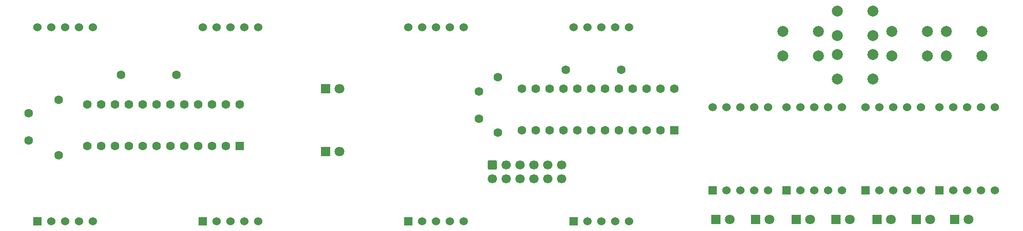
<source format=gbr>
%TF.GenerationSoftware,KiCad,Pcbnew,9.0.7*%
%TF.CreationDate,2026-01-05T14:29:03+01:00*%
%TF.ProjectId,display-Schematic,64697370-6c61-4792-9d53-6368656d6174,rev?*%
%TF.SameCoordinates,Original*%
%TF.FileFunction,Copper,L2,Bot*%
%TF.FilePolarity,Positive*%
%FSLAX46Y46*%
G04 Gerber Fmt 4.6, Leading zero omitted, Abs format (unit mm)*
G04 Created by KiCad (PCBNEW 9.0.7) date 2026-01-05 14:29:03*
%MOMM*%
%LPD*%
G01*
G04 APERTURE LIST*
G04 Aperture macros list*
%AMRoundRect*
0 Rectangle with rounded corners*
0 $1 Rounding radius*
0 $2 $3 $4 $5 $6 $7 $8 $9 X,Y pos of 4 corners*
0 Add a 4 corners polygon primitive as box body*
4,1,4,$2,$3,$4,$5,$6,$7,$8,$9,$2,$3,0*
0 Add four circle primitives for the rounded corners*
1,1,$1+$1,$2,$3*
1,1,$1+$1,$4,$5*
1,1,$1+$1,$6,$7*
1,1,$1+$1,$8,$9*
0 Add four rect primitives between the rounded corners*
20,1,$1+$1,$2,$3,$4,$5,0*
20,1,$1+$1,$4,$5,$6,$7,0*
20,1,$1+$1,$6,$7,$8,$9,0*
20,1,$1+$1,$8,$9,$2,$3,0*%
G04 Aperture macros list end*
%TA.AperFunction,ComponentPad*%
%ADD10R,1.800000X1.800000*%
%TD*%
%TA.AperFunction,ComponentPad*%
%ADD11C,1.800000*%
%TD*%
%TA.AperFunction,ComponentPad*%
%ADD12R,1.524000X1.524000*%
%TD*%
%TA.AperFunction,ComponentPad*%
%ADD13C,1.524000*%
%TD*%
%TA.AperFunction,ComponentPad*%
%ADD14C,2.000000*%
%TD*%
%TA.AperFunction,ComponentPad*%
%ADD15RoundRect,0.250000X0.550000X-0.550000X0.550000X0.550000X-0.550000X0.550000X-0.550000X-0.550000X0*%
%TD*%
%TA.AperFunction,ComponentPad*%
%ADD16C,1.600000*%
%TD*%
%TA.AperFunction,ComponentPad*%
%ADD17RoundRect,0.250000X-0.600000X0.600000X-0.600000X-0.600000X0.600000X-0.600000X0.600000X0.600000X0*%
%TD*%
%TA.AperFunction,ComponentPad*%
%ADD18C,1.700000*%
%TD*%
%TA.AperFunction,Conductor*%
%ADD19C,0.200000*%
%TD*%
G04 APERTURE END LIST*
D10*
%TO.P,D2,1,K*%
%TO.N,Net-(D1-K)*%
X119460000Y-105500000D03*
D11*
%TO.P,D2,2,A*%
%TO.N,Net-(D1-A)*%
X122000000Y-105500000D03*
%TD*%
D12*
%TO.P,U7,1,CC*%
%TO.N,unconnected-(U7-CC-Pad1)*%
X134620000Y-118305000D03*
D13*
%TO.P,U7,2,E*%
%TO.N,Net-(U4-SEG_A)*%
X137160000Y-118305000D03*
%TO.P,U7,3,D*%
%TO.N,Net-(U4-SEG_F)*%
X139700000Y-118305000D03*
%TO.P,U7,4,C*%
%TO.N,Net-(U4-SEG_B)*%
X142240000Y-118305000D03*
%TO.P,U7,5,CC*%
%TO.N,Net-(U4-DIG_3)*%
X144780000Y-118305000D03*
%TO.P,U7,6,B*%
%TO.N,Net-(U4-SEG_C)*%
X144780000Y-82745000D03*
%TO.P,U7,7,A*%
%TO.N,Net-(U4-SEG_E)*%
X142240000Y-82745000D03*
%TO.P,U7,8,DP*%
%TO.N,unconnected-(U7-DP-Pad8)*%
X139700000Y-82745000D03*
%TO.P,U7,9,F*%
%TO.N,Net-(U4-SEG_DP)*%
X137160000Y-82745000D03*
%TO.P,U7,10,G*%
%TO.N,Net-(D1-A)*%
X134620000Y-82745000D03*
%TD*%
D10*
%TO.P,D3,1,K*%
%TO.N,Net-(D3-K)*%
X191000000Y-118000000D03*
D11*
%TO.P,D3,2,A*%
%TO.N,Net-(D3-A)*%
X193540000Y-118000000D03*
%TD*%
D12*
%TO.P,U6,1,CC*%
%TO.N,unconnected-(U6-CC-Pad1)*%
X96910000Y-118305000D03*
D13*
%TO.P,U6,2,E*%
%TO.N,Net-(U4-SEG_A)*%
X99450000Y-118305000D03*
%TO.P,U6,3,D*%
%TO.N,Net-(U4-SEG_F)*%
X101990000Y-118305000D03*
%TO.P,U6,4,C*%
%TO.N,Net-(U4-SEG_B)*%
X104530000Y-118305000D03*
%TO.P,U6,5,CC*%
%TO.N,Net-(U4-DIG_2)*%
X107070000Y-118305000D03*
%TO.P,U6,6,B*%
%TO.N,Net-(U4-SEG_C)*%
X107070000Y-82745000D03*
%TO.P,U6,7,A*%
%TO.N,Net-(U4-SEG_E)*%
X104530000Y-82745000D03*
%TO.P,U6,8,DP*%
%TO.N,unconnected-(U6-DP-Pad8)*%
X101990000Y-82745000D03*
%TO.P,U6,9,F*%
%TO.N,Net-(U4-SEG_DP)*%
X99450000Y-82745000D03*
%TO.P,U6,10,G*%
%TO.N,Net-(D1-A)*%
X96910000Y-82745000D03*
%TD*%
D14*
%TO.P,SW2,1,C*%
%TO.N,Net-(SW2A-C)*%
X203250000Y-83500000D03*
X209750000Y-83500000D03*
%TO.P,SW2,2,D*%
%TO.N,+3.3V*%
X203250000Y-88000000D03*
X209750000Y-88000000D03*
%TD*%
D10*
%TO.P,D6,1,K*%
%TO.N,Net-(D3-K)*%
X213000000Y-118000000D03*
D11*
%TO.P,D6,2,A*%
%TO.N,Net-(D6-A)*%
X215540000Y-118000000D03*
%TD*%
D12*
%TO.P,U8,1,CC*%
%TO.N,unconnected-(U8-CC-Pad1)*%
X164920000Y-118305000D03*
D13*
%TO.P,U8,2,E*%
%TO.N,Net-(U4-SEG_A)*%
X167460000Y-118305000D03*
%TO.P,U8,3,D*%
%TO.N,Net-(U4-SEG_F)*%
X170000000Y-118305000D03*
%TO.P,U8,4,C*%
%TO.N,Net-(U4-SEG_B)*%
X172540000Y-118305000D03*
%TO.P,U8,5,CC*%
%TO.N,Net-(U4-DIG_7)*%
X175080000Y-118305000D03*
%TO.P,U8,6,B*%
%TO.N,Net-(U4-SEG_C)*%
X175080000Y-82745000D03*
%TO.P,U8,7,A*%
%TO.N,Net-(U4-SEG_E)*%
X172540000Y-82745000D03*
%TO.P,U8,8,DP*%
%TO.N,unconnected-(U8-DP-Pad8)*%
X170000000Y-82745000D03*
%TO.P,U8,9,F*%
%TO.N,Net-(U4-SEG_DP)*%
X167460000Y-82745000D03*
%TO.P,U8,10,G*%
%TO.N,Net-(D1-A)*%
X164920000Y-82745000D03*
%TD*%
D14*
%TO.P,SW1,1,C*%
%TO.N,Net-(SW1A-C)*%
X213250000Y-79750000D03*
X219750000Y-79750000D03*
%TO.P,SW1,2,D*%
%TO.N,+3.3V*%
X213250000Y-84250000D03*
X219750000Y-84250000D03*
%TD*%
D12*
%TO.P,U5,1,CC*%
%TO.N,unconnected-(U5-CC-Pad1)*%
X66610000Y-118305000D03*
D13*
%TO.P,U5,2,E*%
%TO.N,Net-(U4-SEG_A)*%
X69150000Y-118305000D03*
%TO.P,U5,3,D*%
%TO.N,Net-(U4-SEG_F)*%
X71690000Y-118305000D03*
%TO.P,U5,4,C*%
%TO.N,Net-(U4-SEG_B)*%
X74230000Y-118305000D03*
%TO.P,U5,5,CC*%
%TO.N,Net-(U4-DIG_6)*%
X76770000Y-118305000D03*
%TO.P,U5,6,B*%
%TO.N,Net-(U4-SEG_C)*%
X76770000Y-82745000D03*
%TO.P,U5,7,A*%
%TO.N,Net-(U4-SEG_E)*%
X74230000Y-82745000D03*
%TO.P,U5,8,DP*%
%TO.N,unconnected-(U5-DP-Pad8)*%
X71690000Y-82745000D03*
%TO.P,U5,9,F*%
%TO.N,Net-(U4-SEG_DP)*%
X69150000Y-82745000D03*
%TO.P,U5,10,G*%
%TO.N,Net-(D1-A)*%
X66610000Y-82745000D03*
%TD*%
D14*
%TO.P,SW3,1,C*%
%TO.N,Net-(SW3A-C)*%
X223250000Y-83500000D03*
X229750000Y-83500000D03*
%TO.P,SW3,2,D*%
%TO.N,+3.3V*%
X223250000Y-88000000D03*
X229750000Y-88000000D03*
%TD*%
D10*
%TO.P,D5,1,K*%
%TO.N,Net-(D3-K)*%
X205725000Y-118000000D03*
D11*
%TO.P,D5,2,A*%
%TO.N,Net-(D5-A)*%
X208265000Y-118000000D03*
%TD*%
D12*
%TO.P,U11,1,E*%
%TO.N,Net-(D9-A)*%
X203960000Y-112620000D03*
D13*
%TO.P,U11,2,D*%
%TO.N,Net-(D8-A)*%
X206500000Y-112620000D03*
%TO.P,U11,3,CC*%
%TO.N,Net-(U9-DIG_4)*%
X209040000Y-112620000D03*
%TO.P,U11,4,C*%
%TO.N,Net-(D7-A)*%
X211580000Y-112620000D03*
%TO.P,U11,5,DP*%
%TO.N,unconnected-(U11-DP-Pad5)*%
X214120000Y-112620000D03*
%TO.P,U11,6,B*%
%TO.N,Net-(D3-A)*%
X214120000Y-97380000D03*
%TO.P,U11,7,A*%
%TO.N,Net-(D4-A)*%
X211580000Y-97380000D03*
%TO.P,U11,8,CC*%
%TO.N,unconnected-(U11-CC-Pad8)*%
X209040000Y-97380000D03*
%TO.P,U11,9,F*%
%TO.N,Net-(D5-A)*%
X206500000Y-97380000D03*
%TO.P,U11,10,G*%
%TO.N,Net-(D6-A)*%
X203960000Y-97380000D03*
%TD*%
D14*
%TO.P,SW4,1,C*%
%TO.N,Net-(SW4A-C)*%
X213250000Y-87750000D03*
X219750000Y-87750000D03*
%TO.P,SW4,2,D*%
%TO.N,+3.3V*%
X213250000Y-92250000D03*
X219750000Y-92250000D03*
%TD*%
D12*
%TO.P,U13,1,E*%
%TO.N,Net-(D9-A)*%
X231920000Y-112620000D03*
D13*
%TO.P,U13,2,D*%
%TO.N,Net-(D8-A)*%
X234460000Y-112620000D03*
%TO.P,U13,3,CC*%
%TO.N,Net-(U9-DIG_2)*%
X237000000Y-112620000D03*
%TO.P,U13,4,C*%
%TO.N,Net-(D7-A)*%
X239540000Y-112620000D03*
%TO.P,U13,5,DP*%
%TO.N,unconnected-(U13-DP-Pad5)*%
X242080000Y-112620000D03*
%TO.P,U13,6,B*%
%TO.N,Net-(D3-A)*%
X242080000Y-97380000D03*
%TO.P,U13,7,A*%
%TO.N,Net-(D4-A)*%
X239540000Y-97380000D03*
%TO.P,U13,8,CC*%
%TO.N,unconnected-(U13-CC-Pad8)*%
X237000000Y-97380000D03*
%TO.P,U13,9,F*%
%TO.N,Net-(D5-A)*%
X234460000Y-97380000D03*
%TO.P,U13,10,G*%
%TO.N,Net-(D6-A)*%
X231920000Y-97380000D03*
%TD*%
D14*
%TO.P,SW5,1,C*%
%TO.N,Net-(SW5A-C)*%
X233250000Y-83500000D03*
X239750000Y-83500000D03*
%TO.P,SW5,2,D*%
%TO.N,+3.3V*%
X233250000Y-88000000D03*
X239750000Y-88000000D03*
%TD*%
D10*
%TO.P,D4,1,K*%
%TO.N,Net-(D3-K)*%
X198225000Y-118000000D03*
D11*
%TO.P,D4,2,A*%
%TO.N,Net-(D4-A)*%
X200765000Y-118000000D03*
%TD*%
D12*
%TO.P,U12,1,E*%
%TO.N,Net-(D9-A)*%
X218420000Y-112620000D03*
D13*
%TO.P,U12,2,D*%
%TO.N,Net-(D8-A)*%
X220960000Y-112620000D03*
%TO.P,U12,3,CC*%
%TO.N,Net-(U9-DIG_6)*%
X223500000Y-112620000D03*
%TO.P,U12,4,C*%
%TO.N,Net-(D7-A)*%
X226040000Y-112620000D03*
%TO.P,U12,5,DP*%
%TO.N,unconnected-(U12-DP-Pad5)*%
X228580000Y-112620000D03*
%TO.P,U12,6,B*%
%TO.N,Net-(D3-A)*%
X228580000Y-97380000D03*
%TO.P,U12,7,A*%
%TO.N,Net-(D4-A)*%
X226040000Y-97380000D03*
%TO.P,U12,8,CC*%
%TO.N,unconnected-(U12-CC-Pad8)*%
X223500000Y-97380000D03*
%TO.P,U12,9,F*%
%TO.N,Net-(D5-A)*%
X220960000Y-97380000D03*
%TO.P,U12,10,G*%
%TO.N,Net-(D6-A)*%
X218420000Y-97380000D03*
%TD*%
D10*
%TO.P,D8,1,K*%
%TO.N,Net-(D3-K)*%
X227695000Y-118000000D03*
D11*
%TO.P,D8,2,A*%
%TO.N,Net-(D8-A)*%
X230235000Y-118000000D03*
%TD*%
D10*
%TO.P,D9,1,K*%
%TO.N,Net-(D3-K)*%
X234725000Y-118000000D03*
D11*
%TO.P,D9,2,A*%
%TO.N,Net-(D9-A)*%
X237265000Y-118000000D03*
%TD*%
D10*
%TO.P,D1,1,K*%
%TO.N,Net-(D1-K)*%
X119460000Y-94000000D03*
D11*
%TO.P,D1,2,A*%
%TO.N,Net-(D1-A)*%
X122000000Y-94000000D03*
%TD*%
D12*
%TO.P,U10,1,E*%
%TO.N,Net-(D9-A)*%
X190380000Y-112620000D03*
D13*
%TO.P,U10,2,D*%
%TO.N,Net-(D8-A)*%
X192920000Y-112620000D03*
%TO.P,U10,3,CC*%
%TO.N,Net-(U9-DIG_0)*%
X195460000Y-112620000D03*
%TO.P,U10,4,C*%
%TO.N,Net-(D7-A)*%
X198000000Y-112620000D03*
%TO.P,U10,5,DP*%
%TO.N,unconnected-(U10-DP-Pad5)*%
X200540000Y-112620000D03*
%TO.P,U10,6,B*%
%TO.N,Net-(D3-A)*%
X200540000Y-97380000D03*
%TO.P,U10,7,A*%
%TO.N,Net-(D4-A)*%
X198000000Y-97380000D03*
%TO.P,U10,8,CC*%
%TO.N,unconnected-(U10-CC-Pad8)*%
X195460000Y-97380000D03*
%TO.P,U10,9,F*%
%TO.N,Net-(D5-A)*%
X192920000Y-97380000D03*
%TO.P,U10,10,G*%
%TO.N,Net-(D6-A)*%
X190380000Y-97380000D03*
%TD*%
D10*
%TO.P,D7,1,K*%
%TO.N,Net-(D3-K)*%
X220500000Y-118000000D03*
D11*
%TO.P,D7,2,A*%
%TO.N,Net-(D7-A)*%
X223040000Y-118000000D03*
%TD*%
D15*
%TO.P,U9,1,DIN*%
%TO.N,Net-(U4-DIN)*%
X183320000Y-101620000D03*
D16*
%TO.P,U9,2,DIG_0*%
%TO.N,Net-(U9-DIG_0)*%
X180780000Y-101620000D03*
%TO.P,U9,3,DIG_4*%
%TO.N,Net-(U9-DIG_4)*%
X178240000Y-101620000D03*
%TO.P,U9,4,GND*%
%TO.N,GND*%
X175700000Y-101620000D03*
%TO.P,U9,5,DIG_6*%
%TO.N,Net-(U9-DIG_6)*%
X173160000Y-101620000D03*
%TO.P,U9,6,DIG_2*%
%TO.N,Net-(U9-DIG_2)*%
X170620000Y-101620000D03*
%TO.P,U9,7,DIG_3*%
%TO.N,Net-(D3-K)*%
X168080000Y-101620000D03*
%TO.P,U9,8,DIG_7*%
%TO.N,unconnected-(U9-DIG_7-Pad8)*%
X165540000Y-101620000D03*
%TO.P,U9,9,GND*%
%TO.N,GND*%
X163000000Y-101620000D03*
%TO.P,U9,10,DIG_5*%
%TO.N,unconnected-(U9-DIG_5-Pad10)*%
X160460000Y-101620000D03*
%TO.P,U9,11,DIG_1*%
%TO.N,unconnected-(U9-DIG_1-Pad11)*%
X157920000Y-101620000D03*
%TO.P,U9,12,LOAD*%
%TO.N,Net-(U9-LOAD)*%
X155380000Y-101620000D03*
%TO.P,U9,13,CLK*%
%TO.N,Net-(U4-CLK)*%
X155380000Y-94000000D03*
%TO.P,U9,14,SEG_A*%
%TO.N,unconnected-(U9-SEG_A-Pad14)*%
X157920000Y-94000000D03*
%TO.P,U9,15,SEG_F*%
%TO.N,Net-(D9-A)*%
X160460000Y-94000000D03*
%TO.P,U9,16,SEG_B*%
%TO.N,Net-(D8-A)*%
X163000000Y-94000000D03*
%TO.P,U9,17,SEG_G*%
%TO.N,Net-(D7-A)*%
X165540000Y-94000000D03*
%TO.P,U9,18,ISET*%
%TO.N,Net-(U9-ISET)*%
X168080000Y-94000000D03*
%TO.P,U9,19,V+*%
%TO.N,+5V*%
X170620000Y-94000000D03*
%TO.P,U9,20,SEG_C*%
%TO.N,Net-(D3-A)*%
X173160000Y-94000000D03*
%TO.P,U9,21,SEG_E*%
%TO.N,Net-(D4-A)*%
X175700000Y-94000000D03*
%TO.P,U9,22,SEG_DP*%
%TO.N,Net-(D5-A)*%
X178240000Y-94000000D03*
%TO.P,U9,23,SEG_D*%
%TO.N,Net-(D6-A)*%
X180780000Y-94000000D03*
%TO.P,U9,24,DOUT*%
%TO.N,unconnected-(U9-DOUT-Pad24)*%
X183320000Y-94000000D03*
%TD*%
%TO.P,C5,1*%
%TO.N,+5V*%
X147500000Y-94500000D03*
%TO.P,C5,2*%
%TO.N,GND*%
X147500000Y-99500000D03*
%TD*%
%TO.P,C4,1*%
%TO.N,+5V*%
X65000000Y-98500000D03*
%TO.P,C4,2*%
%TO.N,GND*%
X65000000Y-103500000D03*
%TD*%
%TO.P,R1,1*%
%TO.N,+5V*%
X151000000Y-91920000D03*
%TO.P,R1,2*%
%TO.N,Net-(U9-LOAD)*%
X151000000Y-102080000D03*
%TD*%
%TO.P,R3,1*%
%TO.N,+5V*%
X92080000Y-91500000D03*
%TO.P,R3,2*%
%TO.N,Net-(U4-ISET)*%
X81920000Y-91500000D03*
%TD*%
%TO.P,R5,1*%
%TO.N,+5V*%
X173580000Y-90500000D03*
%TO.P,R5,2*%
%TO.N,Net-(U9-ISET)*%
X163420000Y-90500000D03*
%TD*%
D17*
%TO.P,J1,1*%
%TO.N,Net-(SW3A-C)*%
X150000000Y-108000000D03*
D18*
%TO.P,J1,2*%
%TO.N,Net-(SW1A-C)*%
X150000000Y-110540000D03*
%TO.P,J1,3*%
%TO.N,Net-(SW2A-C)*%
X152540000Y-108000000D03*
%TO.P,J1,4*%
%TO.N,Net-(SW5A-C)*%
X152540000Y-110540000D03*
%TO.P,J1,5*%
%TO.N,Net-(SW4A-C)*%
X155080000Y-108000000D03*
%TO.P,J1,6*%
%TO.N,+3.3V*%
X155080000Y-110540000D03*
%TO.P,J1,7*%
%TO.N,+5V*%
X157620000Y-108000000D03*
%TO.P,J1,8*%
%TO.N,Net-(U4-CLK)*%
X157620000Y-110540000D03*
%TO.P,J1,9*%
%TO.N,Net-(U9-LOAD)*%
X160160000Y-108000000D03*
%TO.P,J1,10*%
%TO.N,Net-(U4-LOAD)*%
X160160000Y-110540000D03*
%TO.P,J1,11*%
%TO.N,Net-(U4-DIN)*%
X162700000Y-108000000D03*
%TO.P,J1,12*%
%TO.N,GND*%
X162700000Y-110540000D03*
%TD*%
D16*
%TO.P,R2,1*%
%TO.N,+5V*%
X70500000Y-96000000D03*
%TO.P,R2,2*%
%TO.N,Net-(U4-LOAD)*%
X70500000Y-106160000D03*
%TD*%
D15*
%TO.P,U4,1,DIN*%
%TO.N,Net-(U4-DIN)*%
X103660000Y-104500000D03*
D16*
%TO.P,U4,2,DIG_0*%
%TO.N,Net-(D1-K)*%
X101120000Y-104500000D03*
%TO.P,U4,3,DIG_4*%
%TO.N,unconnected-(U4-DIG_4-Pad3)*%
X98580000Y-104500000D03*
%TO.P,U4,4,GND*%
%TO.N,GND*%
X96040000Y-104500000D03*
%TO.P,U4,5,DIG_6*%
%TO.N,Net-(U4-DIG_6)*%
X93500000Y-104500000D03*
%TO.P,U4,6,DIG_2*%
%TO.N,Net-(U4-DIG_2)*%
X90960000Y-104500000D03*
%TO.P,U4,7,DIG_3*%
%TO.N,Net-(U4-DIG_3)*%
X88420000Y-104500000D03*
%TO.P,U4,8,DIG_7*%
%TO.N,Net-(U4-DIG_7)*%
X85880000Y-104500000D03*
%TO.P,U4,9,GND*%
%TO.N,GND*%
X83340000Y-104500000D03*
%TO.P,U4,10,DIG_5*%
%TO.N,unconnected-(U4-DIG_5-Pad10)*%
X80800000Y-104500000D03*
%TO.P,U4,11,DIG_1*%
%TO.N,unconnected-(U4-DIG_1-Pad11)*%
X78260000Y-104500000D03*
%TO.P,U4,12,LOAD*%
%TO.N,Net-(U4-LOAD)*%
X75720000Y-104500000D03*
%TO.P,U4,13,CLK*%
%TO.N,Net-(U4-CLK)*%
X75720000Y-96880000D03*
%TO.P,U4,14,SEG_A*%
%TO.N,Net-(U4-SEG_A)*%
X78260000Y-96880000D03*
%TO.P,U4,15,SEG_F*%
%TO.N,Net-(U4-SEG_F)*%
X80800000Y-96880000D03*
%TO.P,U4,16,SEG_B*%
%TO.N,Net-(U4-SEG_B)*%
X83340000Y-96880000D03*
%TO.P,U4,17,SEG_G*%
%TO.N,unconnected-(U4-SEG_G-Pad17)*%
X85880000Y-96880000D03*
%TO.P,U4,18,ISET*%
%TO.N,Net-(U4-ISET)*%
X88420000Y-96880000D03*
%TO.P,U4,19,V+*%
%TO.N,+5V*%
X90960000Y-96880000D03*
%TO.P,U4,20,SEG_C*%
%TO.N,Net-(U4-SEG_C)*%
X93500000Y-96880000D03*
%TO.P,U4,21,SEG_E*%
%TO.N,Net-(U4-SEG_E)*%
X96040000Y-96880000D03*
%TO.P,U4,22,SEG_DP*%
%TO.N,Net-(U4-SEG_DP)*%
X98580000Y-96880000D03*
%TO.P,U4,23,SEG_D*%
%TO.N,Net-(D1-A)*%
X101120000Y-96880000D03*
%TO.P,U4,24,DOUT*%
%TO.N,unconnected-(U4-DOUT-Pad24)*%
X103660000Y-96880000D03*
%TD*%
D19*
%TO.N,+3.3V*%
X155620000Y-110000000D02*
X155080000Y-110540000D01*
%TD*%
M02*

</source>
